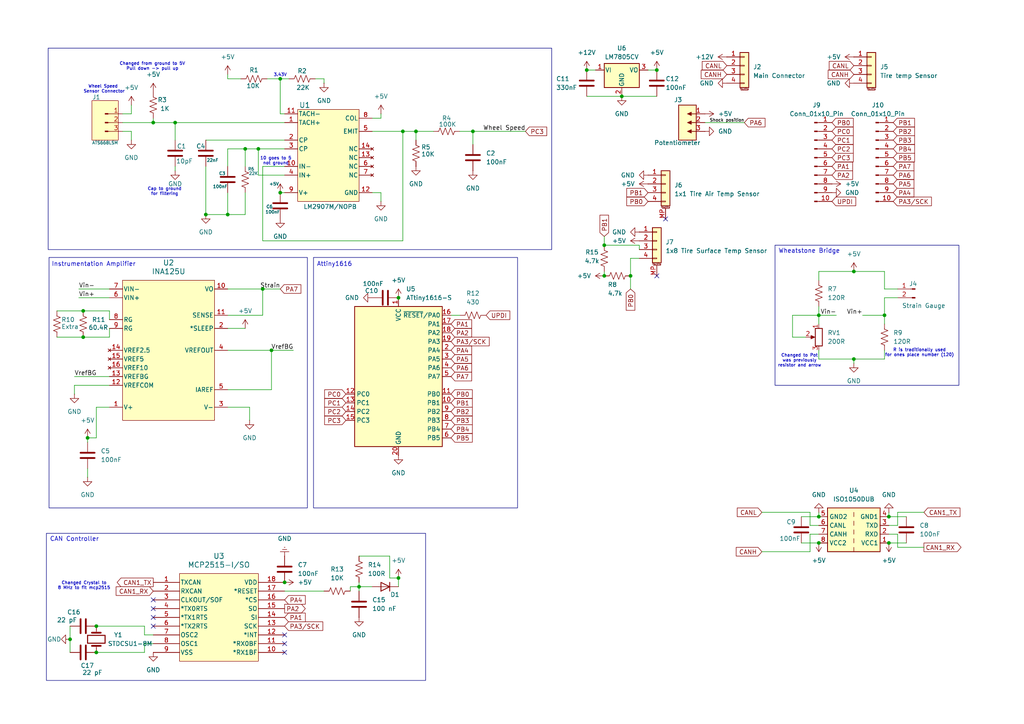
<source format=kicad_sch>
(kicad_sch (version 20231120) (generator "eeschema") (generator_version "8.0")
  (paper "A4")
  (title_block (title "Peripheral Board") (date "2025-05-05") (rev "4.1"))
  (junction (at 115.57 86.36))
  (junction (at 237.49 149.86))
  (junction (at 59.69 62.23))
  (junction (at 71.12 43.18))
  (junction (at 256.54 91.44))
  (junction (at 170.18 20.32))
  (junction (at 27.94 189.23))
  (junction (at 44.45 35.56))
  (junction (at 104.14 170.18))
  (junction (at 78.74 101.6))
  (junction (at 137.16 38.1))
  (junction (at 76.2 83.82))
  (junction (at 81.28 55.88))
  (junction (at 66.04 62.23))
  (junction (at 190.5 20.32))
  (junction (at 115.57 167.64))
  (junction (at 237.49 157.48))
  (junction (at 180.34 27.94))
  (junction (at 74.93 43.18))
  (junction (at 82.55 168.91))
  (junction (at 116.84 38.1))
  (junction (at 182.88 80.01))
  (junction (at 257.81 157.48))
  (junction (at 81.28 22.86))
  (junction (at 24.13 97.79))
  (junction (at 257.81 149.86))
  (junction (at 20.32 185.42))
  (junction (at 175.26 71.12))
  (junction (at 24.13 90.17))
  (junction (at 247.65 104.14))
  (junction (at 120.65 38.1))
  (junction (at 175.26 80.01))
  (junction (at 50.8 35.56))
  (junction (at 237.49 91.44))
  (junction (at 247.65 78.74))
  (junction (at 27.94 181.61))
  (junction (at 25.4 127))
  (no_connect (at 82.55 186.69))
  (no_connect (at 44.45 176.53))
  (no_connect (at 190.5 80.01))
  (no_connect (at 44.45 173.99))
  (no_connect (at 44.45 181.61))
  (no_connect (at 193.04 63.5))
  (no_connect (at 44.45 179.07))
  (no_connect (at 82.55 184.15))
  (no_connect (at 82.55 189.23))
  (wire (pts (xy 237.49 78.74) (xy 237.49 81.28)))
  (wire (pts (xy 260.35 148.59) (xy 267.97 148.59)))
  (wire (pts (xy 104.14 161.29) (xy 113.03 161.29)))
  (wire (pts (xy 44.45 186.69) (xy 41.91 186.69)))
  (wire (pts (xy 38.1 30.48) (xy 38.1 33.02)))
  (wire (pts (xy 71.12 55.88) (xy 71.12 62.23)))
  (wire (pts (xy 27.94 127) (xy 25.4 127)))
  (wire (pts (xy 182.88 83.82) (xy 182.88 80.01)))
  (wire (pts (xy 41.91 186.69) (xy 41.91 189.23)))
  (wire (pts (xy 31.75 111.76) (xy 21.59 111.76)))
  (wire (pts (xy 16.51 90.17) (xy 24.13 90.17)))
  (wire (pts (xy 20.32 181.61) (xy 20.32 185.42)))
  (wire (pts (xy 16.51 97.79) (xy 24.13 97.79)))
  (wire (pts (xy 81.28 22.86) (xy 81.28 33.02)))
  (wire (pts (xy 257.81 148.59) (xy 257.81 149.86)))
  (wire (pts (xy 66.04 43.18) (xy 66.04 48.26)))
  (wire (pts (xy 101.6 171.45) (xy 101.6 170.18)))
  (wire (pts (xy 69.85 22.86) (xy 66.04 22.86)))
  (wire (pts (xy 115.57 170.18) (xy 115.57 167.64)))
  (wire (pts (xy 256.54 91.44) (xy 256.54 93.98)))
  (wire (pts (xy 237.49 78.74) (xy 247.65 78.74)))
  (wire (pts (xy 137.16 38.1) (xy 133.35 38.1)))
  (wire (pts (xy 31.75 97.79) (xy 31.75 95.25)))
  (wire (pts (xy 260.35 86.36) (xy 256.54 86.36)))
  (wire (pts (xy 237.49 88.9) (xy 237.49 91.44)))
  (wire (pts (xy 116.84 38.1) (xy 120.65 38.1)))
  (wire (pts (xy 82.55 50.8) (xy 74.93 50.8)))
  (wire (pts (xy 35.56 33.02) (xy 38.1 33.02)))
  (wire (pts (xy 78.74 101.6) (xy 78.74 113.03)))
  (wire (pts (xy 120.65 38.1) (xy 120.65 40.64)))
  (wire (pts (xy 21.59 109.22) (xy 31.75 109.22)))
  (wire (pts (xy 237.49 154.94) (xy 234.95 154.94)))
  (wire (pts (xy 110.49 55.88) (xy 107.95 55.88)))
  (wire (pts (xy 71.12 95.25) (xy 66.04 95.25)))
  (wire (pts (xy 110.49 33.02) (xy 110.49 34.29)))
  (wire (pts (xy 66.04 22.86) (xy 66.04 21.59)))
  (wire (pts (xy 182.88 74.93) (xy 182.88 80.01)))
  (wire (pts (xy 120.65 38.1) (xy 125.73 38.1)))
  (wire (pts (xy 71.12 62.23) (xy 66.04 62.23)))
  (wire (pts (xy 31.75 92.71) (xy 31.75 90.17)))
  (wire (pts (xy 247.65 78.74) (xy 256.54 78.74)))
  (wire (pts (xy 82.55 33.02) (xy 81.28 33.02)))
  (wire (pts (xy 204.47 35.56) (xy 215.9 35.56)))
  (wire (pts (xy 25.4 127) (xy 25.4 128.27)))
  (wire (pts (xy 66.04 83.82) (xy 76.2 83.82)))
  (wire (pts (xy 66.04 62.23) (xy 59.69 62.23)))
  (wire (pts (xy 260.35 83.82) (xy 256.54 83.82)))
  (wire (pts (xy 137.16 41.91) (xy 137.16 38.1)))
  (wire (pts (xy 72.39 118.11) (xy 66.04 118.11)))
  (wire (pts (xy 232.41 157.48) (xy 237.49 157.48)))
  (wire (pts (xy 170.18 20.32) (xy 172.72 20.32)))
  (wire (pts (xy 71.12 43.18) (xy 74.93 43.18)))
  (wire (pts (xy 116.84 69.85) (xy 116.84 38.1)))
  (wire (pts (xy 81.28 22.86) (xy 83.82 22.86)))
  (wire (pts (xy 237.49 91.44) (xy 229.87 91.44)))
  (wire (pts (xy 257.81 157.48) (xy 262.89 157.48)))
  (wire (pts (xy 104.14 168.91) (xy 104.14 170.18)))
  (wire (pts (xy 234.95 160.02) (xy 220.98 160.02)))
  (wire (pts (xy 72.39 121.92) (xy 72.39 118.11)))
  (wire (pts (xy 31.75 118.11) (xy 27.94 118.11)))
  (wire (pts (xy 81.28 55.88) (xy 82.55 55.88)))
  (wire (pts (xy 59.69 48.26) (xy 59.69 62.23)))
  (wire (pts (xy 113.03 161.29) (xy 113.03 167.64)))
  (wire (pts (xy 93.98 22.86) (xy 93.98 24.13)))
  (wire (pts (xy 229.87 97.79) (xy 233.68 97.79)))
  (wire (pts (xy 175.26 78.74) (xy 175.26 80.01)))
  (wire (pts (xy 66.04 91.44) (xy 76.2 91.44)))
  (wire (pts (xy 113.03 167.64) (xy 115.57 167.64)))
  (wire (pts (xy 250.19 91.44) (xy 256.54 91.44)))
  (wire (pts (xy 82.55 171.45) (xy 93.98 171.45)))
  (wire (pts (xy 104.14 171.45) (xy 104.14 170.18)))
  (wire (pts (xy 170.18 27.94) (xy 180.34 27.94)))
  (wire (pts (xy 76.2 91.44) (xy 76.2 83.82)))
  (wire (pts (xy 27.94 181.61) (xy 41.91 181.61)))
  (wire (pts (xy 130.81 91.44) (xy 133.35 91.44)))
  (wire (pts (xy 187.96 20.32) (xy 190.5 20.32)))
  (wire (pts (xy 234.95 148.59) (xy 220.98 148.59)))
  (wire (pts (xy 110.49 58.42) (xy 110.49 55.88)))
  (wire (pts (xy 237.49 104.14) (xy 247.65 104.14)))
  (wire (pts (xy 237.49 91.44) (xy 237.49 93.98)))
  (wire (pts (xy 38.1 38.1) (xy 38.1 40.64)))
  (wire (pts (xy 76.2 69.85) (xy 116.84 69.85)))
  (wire (pts (xy 50.8 35.56) (xy 50.8 40.64)))
  (wire (pts (xy 182.88 74.93) (xy 185.42 74.93)))
  (wire (pts (xy 44.45 34.29) (xy 44.45 35.56)))
  (wire (pts (xy 85.09 101.6) (xy 78.74 101.6)))
  (wire (pts (xy 41.91 181.61) (xy 41.91 184.15)))
  (wire (pts (xy 260.35 158.75) (xy 267.97 158.75)))
  (wire (pts (xy 257.81 152.4) (xy 260.35 152.4)))
  (wire (pts (xy 247.65 104.14) (xy 247.65 105.41)))
  (wire (pts (xy 21.59 111.76) (xy 21.59 114.3)))
  (wire (pts (xy 35.56 35.56) (xy 44.45 35.56)))
  (wire (pts (xy 50.8 48.26) (xy 50.8 49.53)))
  (wire (pts (xy 257.81 154.94) (xy 260.35 154.94)))
  (wire (pts (xy 101.6 170.18) (xy 104.14 170.18)))
  (wire (pts (xy 107.95 38.1) (xy 116.84 38.1)))
  (wire (pts (xy 260.35 154.94) (xy 260.35 158.75)))
  (wire (pts (xy 24.13 90.17) (xy 31.75 90.17)))
  (wire (pts (xy 232.41 149.86) (xy 237.49 149.86)))
  (wire (pts (xy 242.57 91.44) (xy 237.49 91.44)))
  (wire (pts (xy 35.56 38.1) (xy 38.1 38.1)))
  (wire (pts (xy 71.12 43.18) (xy 71.12 48.26)))
  (wire (pts (xy 237.49 152.4) (xy 234.95 152.4)))
  (wire (pts (xy 78.74 113.03) (xy 66.04 113.03)))
  (wire (pts (xy 91.44 22.86) (xy 93.98 22.86)))
  (wire (pts (xy 66.04 55.88) (xy 66.04 62.23)))
  (wire (pts (xy 234.95 152.4) (xy 234.95 148.59)))
  (wire (pts (xy 180.34 27.94) (xy 190.5 27.94)))
  (wire (pts (xy 76.2 48.26) (xy 76.2 69.85)))
  (wire (pts (xy 59.69 40.64) (xy 82.55 40.64)))
  (wire (pts (xy 74.93 43.18) (xy 74.93 50.8)))
  (wire (pts (xy 22.86 86.36) (xy 31.75 86.36)))
  (wire (pts (xy 24.13 97.79) (xy 31.75 97.79)))
  (wire (pts (xy 256.54 86.36) (xy 256.54 91.44)))
  (wire (pts (xy 66.04 101.6) (xy 78.74 101.6)))
  (wire (pts (xy 76.2 83.82) (xy 81.28 83.82)))
  (wire (pts (xy 237.49 101.6) (xy 237.49 104.14)))
  (wire (pts (xy 77.47 22.86) (xy 81.28 22.86)))
  (wire (pts (xy 20.32 185.42) (xy 20.32 189.23)))
  (wire (pts (xy 257.81 149.86) (xy 262.89 149.86)))
  (wire (pts (xy 50.8 35.56) (xy 82.55 35.56)))
  (wire (pts (xy 27.94 189.23) (xy 41.91 189.23)))
  (wire (pts (xy 137.16 38.1) (xy 152.4 38.1)))
  (wire (pts (xy 229.87 91.44) (xy 229.87 97.79)))
  (wire (pts (xy 185.42 71.12) (xy 185.42 72.39)))
  (wire (pts (xy 260.35 152.4) (xy 260.35 148.59)))
  (wire (pts (xy 110.49 34.29) (xy 107.95 34.29)))
  (wire (pts (xy 104.14 170.18) (xy 107.95 170.18)))
  (wire (pts (xy 74.93 43.18) (xy 82.55 43.18)))
  (wire (pts (xy 27.94 118.11) (xy 27.94 127)))
  (wire (pts (xy 237.49 148.59) (xy 237.49 149.86)))
  (wire (pts (xy 247.65 104.14) (xy 256.54 104.14)) (stroke (width 0) (color 0 132 0 1)))
  (wire (pts (xy 175.26 71.12) (xy 185.42 71.12)))
  (wire (pts (xy 22.86 83.82) (xy 31.75 83.82)))
  (wire (pts (xy 234.95 154.94) (xy 234.95 160.02)))
  (wire (pts (xy 256.54 83.82) (xy 256.54 78.74)))
  (wire (pts (xy 256.54 101.6) (xy 256.54 104.14)))
  (wire (pts (xy 175.26 68.58) (xy 175.26 71.12)))
  (wire (pts (xy 44.45 35.56) (xy 50.8 35.56)))
  (wire (pts (xy 71.12 43.18) (xy 66.04 43.18)))
  (wire (pts (xy 44.45 184.15) (xy 41.91 184.15)))
  (wire (pts (xy 25.4 135.89) (xy 25.4 138.43)))
  (wire (pts (xy 82.55 48.26) (xy 76.2 48.26)))
  (rectangle (start 14.224 74.676) (end 89.154 147.32) (stroke (width 0) (color 0 0 132 1)))
  (rectangle (start 90.932 74.676) (end 150.114 147.32) (stroke (width 0) (color 0 0 132 1)))
  (rectangle (start 224.79 71.12) (end 278.13 111.76) (stroke (width 0) (color 0 0 132 1)))
  (rectangle (start 13.462 154.686) (end 123.444 197.358) (stroke (width 0) (color 0 0 132 1)))
  (rectangle (start 13.97 13.97) (end 160.02 72.39) (stroke (width 0) (color 0 0 132 1)))
  (text "" (at 30.734 45.212 0) (effects (font (size 0.889 0.889))))
  (text "Cap to ground\nfor filtering" (at 47.752 55.626 0) (effects (font (size 0.889 0.889))))
  (text "Wheel Speed \nSensor Connector" (at 30.226 25.908 0) (effects (font (size 0.889 0.889))))
  (text "Changed to Pot\nwas previously\nresistor and arrow" (at 231.902 104.648 0) (effects (font (size 0.889 0.889))))
  (text "" (at 88.392 30.48 0) (effects (font (size 1.27 1.27))))
  (text "Changed from ground to 5V\nPull down -> pull up" (at 44.196 19.304 0) (effects (font (size 0.889 0.889))))
  (text "10 goes to 5\nnot ground" (at 80.01 46.736 0) (effects (font (size 0.889 0.889))))
  (text "Changed Crystal to\n8 MHz to fit mcp2515" (at 24.384 169.926 0) (effects (font (size 0.889 0.889))))
  (text "R is traditionally used\nfor ones place number (120)" (at 266.7 102.362 0) (effects (font (size 0.889 0.889))))
  (text "CAN Controller" (at 21.59 156.464 0) (effects (font (size 1.27 1.27))))
  (text "Attiny1616" (at 97.028 76.708 0) (effects (font (size 1.27 1.27))))
  (text "Instrumentation Amplifier\n" (at 27.178 76.708 0) (effects (font (size 1.27 1.27))))
  (text "Wheatstone Bridge\n" (at 234.696 72.898 0) (effects (font (size 1.27 1.27))))
  (text "3.43V" (at 81.28 21.844 0) (effects (font (size 0.889 0.889))))
  (label "Vin-" (at 242.57 91.44 180))
  (label "Shock position" (at 215.9 35.56 180) (effects (font (size 0.889 0.889))))
  (label "VrefBG" (at 21.59 109.22 0))
  (label "Vin+" (at 22.86 86.36 0))
  (label "Vin-" (at 22.86 83.82 0))
  (label "VrefBG" (at 85.09 101.6 180))
  (label "Strain" (at 81.28 83.82 180))
  (label "Wheel Speed" (at 152.4 38.1 180))
  (label "Vin+" (at 250.19 91.44 180))
  (global_label "CANL" (shape input) (at 210.82 19.05 180) (property "Intersheetrefs" "${INTERSHEET_REFS}" (effects (hide yes))))
  (global_label "CANH" (shape input) (at 220.98 160.02 180) (property "Intersheetrefs" "${INTERSHEET_REFS}" (effects (hide yes))))
  (global_label "PC2" (shape input) (at 100.33 119.38 180) (property "Intersheetrefs" "${INTERSHEET_REFS}" (effects (hide yes))))
  (global_label "PC3" (shape input) (at 100.33 121.92 180) (property "Intersheetrefs" "${INTERSHEET_REFS}" (effects (hide yes))))
  (global_label "PB0" (shape input) (at 241.3 35.56 0) (property "Intersheetrefs" "${INTERSHEET_REFS}" (effects (hide yes))))
  (global_label "PA6" (shape input) (at 215.9 35.56 0) (property "Intersheetrefs" "${INTERSHEET_REFS}" (effects (hide yes))))
  (global_label "PB2" (shape input) (at 130.81 119.38 0) (property "Intersheetrefs" "${INTERSHEET_REFS}" (effects (hide yes))))
  (global_label "PA4" (shape input) (at 130.81 101.6 0) (property "Intersheetrefs" "${INTERSHEET_REFS}" (effects (hide yes))))
  (global_label "PB1" (shape input) (at 187.96 55.88 180) (property "Intersheetrefs" "${INTERSHEET_REFS}" (effects (hide yes))))
  (global_label "PB1" (shape input) (at 259.08 35.56 0) (property "Intersheetrefs" "${INTERSHEET_REFS}" (effects (hide yes))))
  (global_label "PA3{slash}SCK" (shape input) (at 259.08 58.42 0) (property "Intersheetrefs" "${INTERSHEET_REFS}" (effects (hide yes))))
  (global_label "CAN1_TX" (shape output) (at 44.45 168.91 180) (property "Intersheetrefs" "${INTERSHEET_REFS}" (effects (hide yes))))
  (global_label "PA5" (shape input) (at 259.08 53.34 0) (property "Intersheetrefs" "${INTERSHEET_REFS}" (effects (hide yes))))
  (global_label "PA2" (shape input) (at 130.81 96.52 0) (property "Intersheetrefs" "${INTERSHEET_REFS}" (effects (hide yes))))
  (global_label "PC2" (shape input) (at 241.3 43.18 0) (property "Intersheetrefs" "${INTERSHEET_REFS}" (effects (hide yes))))
  (global_label "CANH" (shape input) (at 247.65 21.59 180) (property "Intersheetrefs" "${INTERSHEET_REFS}" (effects (hide yes))))
  (global_label "PB0" (shape input) (at 182.88 83.82 270) (property "Intersheetrefs" "${INTERSHEET_REFS}" (effects (hide yes))))
  (global_label "CANL" (shape input) (at 220.98 148.59 180) (property "Intersheetrefs" "${INTERSHEET_REFS}" (effects (hide yes))))
  (global_label "PA4" (shape input) (at 82.55 173.99 0) (property "Intersheetrefs" "${INTERSHEET_REFS}" (effects (hide yes))))
  (global_label "PB3" (shape input) (at 259.08 40.64 0) (property "Intersheetrefs" "${INTERSHEET_REFS}" (effects (hide yes))))
  (global_label "PA1" (shape input) (at 241.3 48.26 0) (property "Intersheetrefs" "${INTERSHEET_REFS}" (effects (hide yes))))
  (global_label "PB1" (shape input) (at 175.26 68.58 90) (property "Intersheetrefs" "${INTERSHEET_REFS}" (effects (hide yes))))
  (global_label "PB2" (shape input) (at 259.08 38.1 0) (property "Intersheetrefs" "${INTERSHEET_REFS}" (effects (hide yes))))
  (global_label "PA5" (shape input) (at 130.81 104.14 0) (property "Intersheetrefs" "${INTERSHEET_REFS}" (effects (hide yes))))
  (global_label "CAN1_TX" (shape input) (at 267.97 148.59 0) (property "Intersheetrefs" "${INTERSHEET_REFS}" (effects (hide yes))))
  (global_label "PB1" (shape input) (at 130.81 116.84 0) (property "Intersheetrefs" "${INTERSHEET_REFS}" (effects (hide yes))))
  (global_label "PB0" (shape input) (at 187.96 58.42 180) (property "Intersheetrefs" "${INTERSHEET_REFS}" (effects (hide yes))))
  (global_label "PB4" (shape input) (at 130.81 124.46 0) (property "Intersheetrefs" "${INTERSHEET_REFS}" (effects (hide yes))))
  (global_label "CAN1_RX" (shape output) (at 267.97 158.75 0) (property "Intersheetrefs" "${INTERSHEET_REFS}" (effects (hide yes))))
  (global_label "PB3" (shape input) (at 130.81 121.92 0) (property "Intersheetrefs" "${INTERSHEET_REFS}" (effects (hide yes))))
  (global_label "PB5" (shape input) (at 259.08 45.72 0) (property "Intersheetrefs" "${INTERSHEET_REFS}" (effects (hide yes))))
  (global_label "PA7" (shape input) (at 81.28 83.82 0) (property "Intersheetrefs" "${INTERSHEET_REFS}" (effects (hide yes))))
  (global_label "PA6" (shape input) (at 130.81 106.68 0) (property "Intersheetrefs" "${INTERSHEET_REFS}" (effects (hide yes))))
  (global_label "PC3" (shape input) (at 241.3 45.72 0) (property "Intersheetrefs" "${INTERSHEET_REFS}" (effects (hide yes))))
  (global_label "PA6" (shape input) (at 259.08 50.8 0) (property "Intersheetrefs" "${INTERSHEET_REFS}" (effects (hide yes))))
  (global_label "PC1" (shape input) (at 100.33 116.84 180) (property "Intersheetrefs" "${INTERSHEET_REFS}" (effects (hide yes))))
  (global_label "PB0" (shape input) (at 130.81 114.3 0) (property "Intersheetrefs" "${INTERSHEET_REFS}" (effects (hide yes))))
  (global_label "PA2" (shape output) (at 82.55 176.53 0) (property "Intersheetrefs" "${INTERSHEET_REFS}" (effects (hide yes))))
  (global_label "PA4" (shape input) (at 259.08 55.88 0) (property "Intersheetrefs" "${INTERSHEET_REFS}" (effects (hide yes))))
  (global_label "PC1" (shape input) (at 241.3 40.64 0) (property "Intersheetrefs" "${INTERSHEET_REFS}" (effects (hide yes))))
  (global_label "PA2" (shape input) (at 241.3 50.8 0) (property "Intersheetrefs" "${INTERSHEET_REFS}" (effects (hide yes))))
  (global_label "PC3" (shape input) (at 152.4 38.1 0) (property "Intersheetrefs" "${INTERSHEET_REFS}" (effects (hide yes))))
  (global_label "UPDI" (shape input) (at 241.3 58.42 0) (property "Intersheetrefs" "${INTERSHEET_REFS}" (effects (hide yes))))
  (global_label "PA1" (shape input) (at 82.55 179.07 0) (property "Intersheetrefs" "${INTERSHEET_REFS}" (effects (hide yes))))
  (global_label "UPDI" (shape input) (at 140.97 91.44 0) (property "Intersheetrefs" "${INTERSHEET_REFS}" (effects (hide yes))))
  (global_label "PB4" (shape input) (at 259.08 43.18 0) (property "Intersheetrefs" "${INTERSHEET_REFS}" (effects (hide yes))))
  (global_label "PA7" (shape input) (at 130.81 109.22 0) (property "Intersheetrefs" "${INTERSHEET_REFS}" (effects (hide yes))))
  (global_label "CANL" (shape input) (at 247.65 19.05 180) (property "Intersheetrefs" "${INTERSHEET_REFS}" (effects (hide yes))))
  (global_label "CAN1_RX" (shape input) (at 44.45 171.45 180) (property "Intersheetrefs" "${INTERSHEET_REFS}" (effects (hide yes))))
  (global_label "PA3{slash}SCK" (shape input) (at 130.81 99.06 0) (property "Intersheetrefs" "${INTERSHEET_REFS}" (effects (hide yes))))
  (global_label "PA3{slash}SCK" (shape input) (at 82.55 181.61 0) (property "Intersheetrefs" "${INTERSHEET_REFS}" (effects (hide yes))))
  (global_label "PB5" (shape input) (at 130.81 127 0) (property "Intersheetrefs" "${INTERSHEET_REFS}" (effects (hide yes))))
  (global_label "CANH" (shape input) (at 210.82 21.59 180) (property "Intersheetrefs" "${INTERSHEET_REFS}" (effects (hide yes))))
  (global_label "PA7" (shape input) (at 259.08 48.26 0) (property "Intersheetrefs" "${INTERSHEET_REFS}" (effects (hide yes))))
  (global_label "PC0" (shape input) (at 100.33 114.3 180) (property "Intersheetrefs" "${INTERSHEET_REFS}" (effects (hide yes))))
  (global_label "PA1" (shape input) (at 130.81 93.98 0) (property "Intersheetrefs" "${INTERSHEET_REFS}" (effects (hide yes))))
  (global_label "PC0" (shape input) (at 241.3 38.1 0) (property "Intersheetrefs" "${INTERSHEET_REFS}" (effects (hide yes))))
  (symbol (lib_id "power:+5V") (at 82.55 168.91 270) (unit 1)
    (property "Reference" "#PWR036" (effects (hide yes)))
    (property "Value" "+5V" (at 86.36 168.9099 90) (effects (justify left)))
    (property "Description" "Power symbol creates a global label with name \"+5V\"" (effects (hide yes)))
  )
  (symbol (lib_id "power:+5V") (at 110.49 33.02 0) (unit 1)
    (property "Reference" "#PWR05" (effects (hide yes)))
    (property "Value" "+5V" (at 110.49 27.94 0))
    (property "Description" "Power symbol creates a global label with name \"+5V\"" (effects (hide yes)))
  )
  (symbol (lib_id "Device:C") (at 111.76 86.36 90) (unit 1)
    (property "Reference" "C10" (at 109.728 84.328 90) (effects (justify left)))
    (property "Value" "100nF" (at 111.252 82.296 90) (effects (justify left)))
    (property "Footprint" "Capacitor_SMD:C_0805_2012Metric_Pad1.18x1.45mm_HandSolder" (effects (hide yes)))
    (property "Description" "Unpolarized capacitor" (effects (hide yes)))
  )
  (symbol (lib_id "Device:R_US") (at 87.63 22.86 90) (unit 1)
    (property "Reference" "R2" (at 87.63 20.574 90))
    (property "Value" "10K" (at 73.406 24.892 90))
    (property "Footprint" "Resistor_SMD:R_0805_2012Metric_Pad1.20x1.40mm_HandSolder" (effects (hide yes)))
    (property "Description" "Resistor, US symbol" (effects (hide yes)))
  )
  (symbol (lib_id "power:+5V") (at 247.65 78.74 0) (unit 1)
    (property "Reference" "#PWR016" (effects (hide yes)))
    (property "Value" "+5V" (at 247.65 73.66 0))
    (property "Description" "Power symbol creates a global label with name \"+5V\"" (effects (hide yes)))
  )
  (symbol (lib_id "power:GND") (at 257.81 148.59 180) (unit 1)
    (property "Reference" "#PWR029" (effects (hide yes)))
    (property "Value" "GND" (at 257.81 143.51 0))
    (property "Description" "Power symbol creates a global label with name \"GND\" , ground" (effects (hide yes)))
  )
  (symbol (lib_id "Device:R_US") (at 137.16 91.44 90) (unit 1)
    (property "Reference" "R12" (at 137.16 85.09 90))
    (property "Value" "430" (at 137.16 87.63 90))
    (property "Footprint" "Resistor_SMD:R_0805_2012Metric_Pad1.20x1.40mm_HandSolder" (effects (hide yes)))
    (property "Description" "Resistor, US symbol" (effects (hide yes)))
  )
  (symbol (lib_id "power:GND") (at 25.4 138.43 0) (unit 1)
    (property "Reference" "#PWR020" (effects (hide yes)))
    (property "Value" "GND" (at 25.4 143.51 0))
    (property "Description" "Power symbol creates a global label with name \"GND\" , ground" (effects (hide yes)))
  )
  (symbol (lib_id "Device:C") (at 190.5 24.13 0) (unit 1)
    (property "Reference" "C12" (at 193.04 22.86 0) (effects (justify left)))
    (property "Value" "100nF" (at 193.04 25.4 0) (effects (justify left)))
    (property "Footprint" "Capacitor_SMD:C_0805_2012Metric_Pad1.18x1.45mm_HandSolder" (effects (hide yes)))
    (property "Datasheet" "https://mm.digikey.com/Volume0/opasdata/d220001/medias/docus/4005/0805B104K101CC.pdf" (effects (hide yes)))
  )
  (symbol (lib_id "power:GND") (at 72.39 121.92 0) (unit 1)
    (property "Reference" "#PWR022" (effects (hide yes)))
    (property "Value" "GND" (at 72.39 127 0))
    (property "Description" "Power symbol creates a global label with name \"GND\" , ground" (effects (hide yes)))
  )
  (symbol (lib_id "Device:C") (at 66.04 52.07 0) (unit 1)
    (property "Reference" "C3" (at 63.5 50.292 0) (effects (font (size 0.889 0.889)) (justify left)))
    (property "Value" "100nF" (at 61.722 54.102 0) (effects (font (size 0.889 0.889)) (justify left)))
    (property "Footprint" "Capacitor_SMD:C_0805_2012Metric_Pad1.18x1.45mm_HandSolder" (effects (hide yes)))
    (property "Description" "Unpolarized capacitor" (effects (hide yes)))
  )
  (symbol (lib_id "Device:R_US") (at 71.12 52.07 0) (unit 1)
    (property "Reference" "R6" (at 71.882 49.022 0) (effects (font (size 0.889 0.889)) (justify left)))
    (property "Value" "22K" (at 72.136 50.292 0) (effects (font (size 0.889 0.889)) (justify left)))
    (property "Footprint" "Resistor_SMD:R_0805_2012Metric_Pad1.20x1.40mm_HandSolder" (effects (hide yes)))
    (property "Description" "Resistor, US symbol" (effects (hide yes)))
  )
  (symbol (lib_id "Regulator_Linear:LM7805_TO220") (at 180.34 20.32 0) (unit 1)
    (property "Reference" "U6" (at 180.34 13.97 0))
    (property "Value" "LM7805CV" (at 180.34 16.51 0))
    (property "Footprint" "Package_TO_SOT_THT:TO-220-3_Vertical" (effects (hide yes)))
    (property "Datasheet" "https://www.onsemi.cn/PowerSolutions/document/MC7800-D.PDF" (effects (hide yes)))
  )
  (symbol (lib_id "power:GND") (at 104.14 179.07 0) (unit 1)
    (property "Reference" "#PWR027" (effects (hide yes)))
    (property "Value" "GND" (at 104.14 184.15 0))
    (property "Description" "Power symbol creates a global label with name \"GND\" , ground" (effects (hide yes)))
  )
  (symbol (lib_id "Device:C") (at 50.8 44.45 0) (unit 1)
    (property "Reference" "C1" (at 51.308 42.418 0) (effects (justify left)))
    (property "Value" "10pF" (at 51.054 46.736 0) (effects (justify left)))
    (property "Footprint" "Capacitor_SMD:C_0805_2012Metric_Pad1.18x1.45mm_HandSolder" (effects (hide yes)))
    (property "Description" "Unpolarized capacitor" (effects (hide yes)))
  )
  (symbol (lib_id "MCU_Microchip_ATtiny:ATtiny1616-S") (at 115.57 109.22 0) (unit 1)
    (property "Reference" "U5" (at 117.7641 83.82 0) (effects (justify left)))
    (property "Value" "ATtiny1616-S" (at 117.7641 86.36 0) (effects (justify left)))
    (property "Footprint" "Package_SO:SOIC-20W_7.5x12.8mm_P1.27mm" (effects (hide yes)))
    (property "Datasheet" "http://ww1.microchip.com/downloads/en/DeviceDoc/ATtiny3216_ATtiny1616-data-sheet-40001997B.pdf" (effects (hide yes)))
    (property "Description" "20MHz, 16kB Flash, 2kB SRAM, 256B EEPROM, SOIC-20" (effects (hide yes)))
  )
  (symbol (lib_id "Device:R_US") (at 175.26 74.93 180) (unit 1)
    (property "Reference" "R8" (at 176.276 82.55 0) (effects (justify right)))
    (property "Value" "4.7k" (at 176.276 85.09 0) (effects (justify right)))
    (property "Footprint" "Resistor_SMD:R_0805_2012Metric_Pad1.20x1.40mm_HandSolder" (effects (hide yes)))
    (property "Description" "Resistor, US symbol" (effects (hide yes)))
  )
  (symbol (lib_id "Device:R_US") (at 256.54 97.79 0) (unit 1)
    (property "Reference" "R9" (at 259.08 96.5199 0) (effects (justify left)))
    (property "Value" "120R" (at 259.08 99.0599 0) (effects (justify left)))
    (property "Footprint" "Resistor_SMD:R_0805_2012Metric_Pad1.20x1.40mm_HandSolder" (effects (hide yes)))
    (property "Description" "Resistor, US symbol" (effects (hide yes)))
  )
  (symbol (lib_id "power:GNDREF") (at 82.55 161.29 180) (unit 1)
    (property "Reference" "#PWR025" (effects (hide yes)))
    (property "Value" "GND" (at 82.55 156.21 0))
    (property "Description" "Power symbol creates a global label with name \"GNDREF\" , reference supply ground" (effects (hide yes)))
  )
  (symbol (lib_id "Device:C") (at 262.89 153.67 0) (unit 1)
    (property "Reference" "C8" (at 266.7 152.3999 0) (effects (justify left)))
    (property "Value" "100nF" (at 266.7 154.9399 0) (effects (justify left)))
    (property "Footprint" "Capacitor_SMD:C_0805_2012Metric_Pad1.18x1.45mm_HandSolder" (effects (hide yes)))
    (property "Description" "Unpolarized capacitor" (effects (hide yes)))
  )
  (symbol (lib_id "power:+5V") (at 257.81 157.48 180) (unit 1)
    (property "Reference" "#PWR031" (effects (hide yes)))
    (property "Value" "+5V" (at 257.81 162.56 0))
    (property "Description" "Power symbol creates a global label with name \"+5V\"" (effects (hide yes)))
  )
  (symbol (lib_id "Device:R_US") (at 179.07 80.01 90) (unit 1)
    (property "Reference" "R15" (at 171.704 73.152 90))
    (property "Value" "4.7k" (at 171.704 75.692 90))
    (property "Footprint" "Resistor_SMD:R_0805_2012Metric_Pad1.20x1.40mm_HandSolder" (effects (hide yes)))
    (property "Description" "Resistor, US symbol" (effects (hide yes)))
  )
  (symbol (lib_name "Conn_01x04_MountingPin_1") (lib_id "Connector_Generic_MountingPin:Conn_01x04_MountingPin") (at 190.5 69.85 0) (unit 1)
    (property "Reference" "J7" (at 193.04 70.2055 0) (effects (justify left)))
    (property "Value" "1x8 Tire Surface Temp Sensor" (at 193.04 72.7455 0) (effects (justify left)))
    (property "Footprint" "Connector_Molex:Molex_Nano-Fit_105309-xx04_1x04_P2.50mm_Vertical" (effects (hide yes)))
    (property "Description" "Generic connectable mounting pin connector, single row, 01x04, script generated (kicad-library-utils/schlib/autogen/connector/)" (effects (hide yes)))
  )
  (symbol (lib_id "power:+5V") (at 81.28 55.88 0) (unit 1)
    (property "Reference" "#PWR08" (effects (hide yes)))
    (property "Value" "+5V" (at 79.502 53.34 0) (effects (font (size 0.889 0.889))))
    (property "Description" "Power symbol creates a global label with name \"+5V\"" (effects (hide yes)))
  )
  (symbol (lib_id "Device:R_US") (at 44.45 30.48 0) (unit 1)
    (property "Reference" "R3" (at 45.72 28.956 0) (effects (justify left)))
    (property "Value" "1K" (at 46.482 31.496 0) (effects (justify left)))
    (property "Footprint" "Resistor_SMD:R_0805_2012Metric_Pad1.20x1.40mm_HandSolder" (effects (hide yes)))
    (property "Description" "Resistor, US symbol" (effects (hide yes)))
  )
  (symbol (lib_id "Device:C") (at 24.13 181.61 90) (unit 1)
    (property "Reference" "C16" (at 23.368 177.546 90) (effects (justify left)))
    (property "Value" "22 pF" (at 22.352 179.832 90) (effects (justify left)))
    (property "Footprint" "Capacitor_SMD:C_0805_2012Metric_Pad1.18x1.45mm_HandSolder" (effects (hide yes)))
    (property "Description" "Unpolarized capacitor" (effects (hide yes)))
  )
  (symbol (lib_id "Device:C") (at 59.69 44.45 0) (unit 1)
    (property "Reference" "C4" (at 56.896 42.418 0) (effects (justify left)))
    (property "Value" "22nF" (at 59.944 46.482 0) (effects (font (size 0.889 0.889)) (justify left)))
    (property "Footprint" "Capacitor_SMD:C_0805_2012Metric_Pad1.18x1.45mm_HandSolder" (effects (hide yes)))
    (property "Description" "Unpolarized capacitor" (effects (hide yes)))
  )
  (symbol (lib_id "power:GND") (at 180.34 27.94 0) (unit 1)
    (property "Reference" "#PWR037" (effects (hide yes)))
    (property "Value" "GND" (at 180.34 33.02 0))
  )
  (symbol (lib_id "power:+5V") (at 71.12 95.25 0) (unit 1)
    (property "Reference" "#PWR021" (effects (hide yes)))
    (property "Value" "+5V" (at 71.12 90.17 0))
    (property "Description" "Power symbol creates a global label with name \"+5V\"" (effects (hide yes)))
  )
  (symbol (lib_id "power:GND") (at 185.42 67.31 270) (unit 1)
    (property "Reference" "#PWR049" (effects (hide yes)))
    (property "Value" "GND" (at 181.61 67.3099 90) (effects (justify right)))
    (property "Description" "Power symbol creates a global label with name \"GND\" , ground" (effects (hide yes)))
  )
  (symbol (lib_id "power:GND") (at 241.3 55.88 90) (unit 1)
    (property "Reference" "#PWR051" (effects (hide yes)))
    (property "Value" "GND" (at 245.11 55.8799 90) (effects (justify right)))
    (property "Description" "Power symbol creates a global label with name \"GND\" , ground" (effects (hide yes)))
  )
  (symbol (lib_id "Device:C") (at 24.13 189.23 270) (unit 1)
    (property "Reference" "C17" (at 23.368 193.04 90) (effects (justify left)))
    (property "Value" "22 pF" (at 23.876 195.072 90) (effects (justify left)))
    (property "Footprint" "Capacitor_SMD:C_0805_2012Metric_Pad1.18x1.45mm_HandSolder" (effects (hide yes)))
    (property "Description" "Unpolarized capacitor" (effects (hide yes)))
  )
  (symbol (lib_id "power:GND") (at 50.8 49.53 0) (unit 1)
    (property "Reference" "#PWR046" (effects (hide yes)))
    (property "Value" "GND" (at 50.8 53.34 0))
    (property "Description" "Power symbol creates a global label with name \"GND\" , ground" (effects (hide yes)))
  )
  (symbol (lib_id "New_Library:INA125U") (at 19.05 86.36 0) (unit 1)
    (property "Reference" "U2" (at 48.895 76.2 0) (effects (font (size 1.524 1.524))))
    (property "Value" "INA125U" (at 48.895 78.74 0) (effects (font (size 1.524 1.524))))
    (property "Footprint" "Package_SO:SOIC-16_3.9x9.9mm_P1.27mm" (effects (hide yes)))
  )
  (symbol (lib_id "power:GND") (at 115.57 132.08 0) (unit 1)
    (property "Reference" "#PWR035" (effects (hide yes)))
    (property "Value" "GND" (at 115.57 137.16 0))
    (property "Description" "Power symbol creates a global label with name \"GND\" , ground" (effects (hide yes)))
  )
  (symbol (lib_id "Device:R_US") (at 129.54 38.1 90) (unit 1)
    (property "Reference" "R4" (at 129.54 34.29 90))
    (property "Value" "100K" (at 129.794 36.068 90))
    (property "Footprint" "Resistor_SMD:R_0805_2012Metric_Pad1.20x1.40mm_HandSolder" (effects (hide yes)))
    (property "Description" "Resistor, US symbol" (effects (hide yes)))
  )
  (symbol (lib_id "Connector:Conn_01x10_Pin") (at 254 45.72 0) (unit 1)
    (property "Reference" "J10" (at 254.635 30.48 0))
    (property "Value" "Conn_01x10_Pin" (at 254.635 33.02 0))
    (property "Footprint" "Connector_PinHeader_2.54mm:PinHeader_1x10_P2.54mm_Vertical" (effects (hide yes)))
    (property "Description" "Generic connector, single row, 01x10, script generated" (effects (hide yes)))
  )
  (symbol (lib_id "power:GND") (at 44.45 189.23 0) (unit 1)
    (property "Reference" "#PWR061" (effects (hide yes)))
    (property "Value" "GND" (at 44.45 194.31 0))
    (property "Description" "Power symbol creates a global label with name \"GND\" , ground" (effects (hide yes)))
  )
  (symbol (lib_name "Conn_01x02_Pin_1") (lib_id "Connector:Conn_01x02_Pin") (at 265.43 86.36 180) (unit 1)
    (property "Reference" "J4" (at 263.652 82.296 0) (effects (justify right)))
    (property "Value" "Strain Gauge" (at 261.62 88.646 0) (effects (justify right)))
    (property "Footprint" "Connector_Molex:Molex_Nano-Fit_105309-xx02_1x02_P2.50mm_Vertical" (effects (hide yes)))
    (property "Description" "Generic connector, single row, 01x02, script generated" (effects (hide yes)))
  )
  (symbol (lib_id "power:+12V") (at 210.82 16.51 90) (unit 1)
    (property "Reference" "#PWR013" (effects (hide yes)))
    (property "Value" "+12V" (at 207.01 16.5099 90) (effects (justify left)))
    (property "Description" "Power symbol creates a global label with name \"+12V\"" (effects (hide yes)))
  )
  (symbol (lib_id "power:GND") (at 38.1 40.64 0) (unit 1)
    (property "Reference" "#PWR023" (effects (hide yes)))
    (property "Value" "GND" (at 38.1 45.72 0))
    (property "Description" "Power symbol creates a global label with name \"GND\" , ground" (effects (hide yes)))
  )
  (symbol (lib_id "Device:R_US") (at 120.65 44.45 0) (unit 1)
    (property "Reference" "R5" (at 122.174 42.672 0) (effects (justify left)))
    (property "Value" "10K" (at 122.174 44.704 0) (effects (justify left)))
    (property "Footprint" "Resistor_SMD:R_0805_2012Metric_Pad1.20x1.40mm_HandSolder" (effects (hide yes)))
    (property "Description" "Resistor, US symbol" (effects (hide yes)))
  )
  (symbol (lib_id "power:+5V") (at 237.49 157.48 180) (unit 1)
    (property "Reference" "#PWR030" (effects (hide yes)))
    (property "Value" "+5V" (at 237.49 162.56 0))
    (property "Description" "Power symbol creates a global label with name \"+5V\"" (effects (hide yes)))
  )
  (symbol (lib_id "power:+12V") (at 170.18 20.32 0) (unit 1)
    (property "Reference" "#PWR015" (effects (hide yes)))
    (property "Value" "+12V" (at 170.18 15.24 0))
  )
  (symbol (lib_id "power:GND") (at 81.28 63.5 0) (unit 1)
    (property "Reference" "#PWR09" (effects (hide yes)))
    (property "Value" "GND" (at 81.28 68.58 0))
    (property "Description" "Power symbol creates a global label with name \"GND\" , ground" (effects (hide yes)))
  )
  (symbol (lib_id "Device:Crystal") (at 27.94 185.42 90) (unit 1)
    (property "Reference" "Y1" (at 33.02 184.1499 90) (effects (justify right)))
    (property "Value" "STDCSU1-8M" (at 44.196 186.69 90) (effects (justify left)))
    (property "Footprint" "Crystal:Crystal_SMD_5032-2Pin_5.0x3.2mm_HandSoldering" (effects (hide yes)))
    (property "Datasheet" "https://www.digikey.com/en/products/detail/ndk-nihon-dempa-kogyo-co-ltd/STDCSK4-25M/5022977" (effects (hide yes)))
    (property "Description" "Two pin crystal" (effects (hide yes)))
  )
  (symbol (lib_id "power:GND") (at 137.16 49.53 0) (unit 1)
    (property "Reference" "#PWR07" (effects (hide yes)))
    (property "Value" "GND" (at 137.16 54.61 0))
    (property "Description" "Power symbol creates a global label with name \"GND\" , ground" (effects (hide yes)))
  )
  (symbol (lib_id "Device:R_US") (at 73.66 22.86 270) (unit 1)
    (property "Reference" "R1" (at 73.66 20.32 90))
    (property "Value" "22K" (at 87.884 25.4 90))
    (property "Footprint" "Resistor_SMD:R_0805_2012Metric_Pad1.20x1.40mm_HandSolder" (effects (hide yes)))
    (property "Description" "Resistor, US symbol" (effects (hide yes)))
  )
  (symbol (lib_id "power:GND") (at 59.69 62.23 0) (unit 1)
    (property "Reference" "#PWR047" (effects (hide yes)))
    (property "Value" "GND" (at 59.69 67.31 0))
    (property "Description" "Power symbol creates a global label with name \"GND\" , ground" (effects (hide yes)))
  )
  (symbol (lib_id "power:+5V") (at 44.45 26.67 0) (unit 1)
    (property "Reference" "#PWR02" (effects (hide yes)))
    (property "Value" "+5V" (at 44.45 21.59 0))
    (property "Description" "Power symbol creates a global label with name \"+5V\"" (effects (hide yes)))
  )
  (symbol (lib_id "power:+5V") (at 38.1 30.48 0) (unit 1)
    (property "Reference" "#PWR01" (effects (hide yes)))
    (property "Value" "+5V" (at 38.1 25.4 0))
    (property "Description" "Power symbol creates a global label with name \"+5V\"" (effects (hide yes)))
  )
  (symbol (lib_id "Device:C") (at 81.28 59.69 0) (unit 1)
    (property "Reference" "C6" (at 77.216 59.944 0) (effects (font (size 0.889 0.889)) (justify left)))
    (property "Value" "100nF" (at 76.962 61.468 0) (effects (font (size 0.889 0.889)) (justify left)))
    (property "Footprint" "Capacitor_SMD:C_0805_2012Metric_Pad1.18x1.45mm_HandSolder" (effects (hide yes)))
    (property "Description" "Unpolarized capacitor" (effects (hide yes)))
  )
  (symbol (lib_id "Device:R_US") (at 104.14 165.1 0) (unit 1)
    (property "Reference" "R14" (at 106.68 163.8299 0) (effects (justify left)))
    (property "Value" "100R" (at 106.68 166.3699 0) (effects (justify left)))
    (property "Footprint" "Resistor_SMD:R_0805_2012Metric_Pad1.20x1.40mm_HandSolder" (effects (hide yes)))
    (property "Description" "Resistor, US symbol" (effects (hide yes)))
  )
  (symbol (lib_id "power:GND") (at 93.98 24.13 0) (unit 1)
    (property "Reference" "#PWR04" (effects (hide yes)))
    (property "Value" "GND" (at 93.98 29.21 0))
    (property "Description" "Power symbol creates a global label with name \"GND\" , ground" (effects (hide yes)))
  )
  (symbol (lib_id "FS_3_Global_Symbol_Library:LM2907M_NOPB") (at 86.36 54.61 0) (unit 1)
    (property "Reference" "U1" (at 88.392 30.48 0) (effects (font (size 1.524 1.524))))
    (property "Value" "LM2907M/NOPB" (at 95.758 59.944 0))
    (property "Footprint" "Package_SO:SOIC-14_3.9x8.7mm_P1.27mm" (effects (hide yes)))
  )
  (symbol (lib_id "power:+5V") (at 241.3 53.34 270) (unit 1)
    (property "Reference" "#PWR034" (effects (hide yes)))
    (property "Value" "+5V" (at 245.11 53.3399 90) (effects (justify left)))
    (property "Description" "Power symbol creates a global label with name \"+5V\"" (effects (hide yes)))
  )
  (symbol (lib_id "power:+5V") (at 115.57 86.36 0) (unit 1)
    (property "Reference" "#PWR026" (effects (hide yes)))
    (property "Value" "+5V" (at 115.57 81.28 0))
    (property "Description" "Power symbol creates a global label with name \"+5V\"" (effects (hide yes)))
  )
  (symbol (lib_id "Connector:Conn_01x10_Pin") (at 236.22 45.72 0) (unit 1)
    (property "Reference" "J9" (at 236.855 30.48 0))
    (property "Value" "Conn_01x10_Pin" (at 236.855 33.02 0))
    (property "Footprint" "Connector_PinHeader_2.54mm:PinHeader_1x10_P2.54mm_Vertical" (effects (hide yes)))
    (property "Description" "Generic connector, single row, 01x10, script generated" (effects (hide yes)))
  )
  (symbol (lib_id "power:GND") (at 204.47 38.1 90) (unit 1)
    (property "Reference" "#PWR012" (effects (hide yes)))
    (property "Value" "GND" (at 208.28 38.0999 90) (effects (justify right)))
    (property "Description" "Power symbol creates a global label with name \"GND\" , ground" (effects (hide yes)))
  )
  (symbol (lib_name "Conn_01x04_MountingPin_1") (lib_id "Connector_Generic_MountingPin:Conn_01x04_MountingPin") (at 193.04 53.34 0) (unit 1)
    (property "Reference" "J6" (at 195.58 53.6955 0) (effects (justify left)))
    (property "Value" "1x1 Tire Air Temp Sensor" (at 195.58 56.2355 0) (effects (justify left)))
    (property "Footprint" "Connector_Molex:Molex_Nano-Fit_105309-xx04_1x04_P2.50mm_Vertical" (effects (hide yes)))
    (property "Description" "Generic connectable mounting pin connector, single row, 01x04, script generated (kicad-library-utils/schlib/autogen/connector/)" (effects (hide yes)))
  )
  (symbol (lib_id "FS_3_Global_Symbol_Library:MCP2515-I_SO") (at 44.45 168.91 0) (unit 1)
    (property "Reference" "U3" (at 63.5 161.29 0) (effects (font (size 1.524 1.524))))
    (property "Value" "MCP2515-I/SO" (at 63.5 163.83 0) (effects (font (size 1.524 1.524))))
    (property "Footprint" "Package_SO:SOIC-18W_7.5x11.6mm_P1.27mm" (effects (hide yes)))
    (property "Datasheet" "MCP2515-I/SO" (effects (hide yes)))
    (property "Description" "Stand Alone CAN Controller with SPI" (effects (hide yes)))
  )
  (symbol (lib_id "power:GND") (at 237.49 148.59 180) (unit 1)
    (property "Reference" "#PWR028" (effects (hide yes)))
    (property "Value" "GND" (at 237.49 143.51 0))
    (property "Description" "Power symbol creates a global label with name \"GND\" , ground" (effects (hide yes)))
  )
  (symbol (lib_id "Device:D") (at 111.76 170.18 180) (unit 1)
    (property "Reference" "D1" (at 114.554 172.466 0))
    (property "Value" "D" (effects (hide yes)))
    (property "Footprint" "Diode_SMD:D_0805_2012Metric" (effects (hide yes)))
    (property "Description" "Diode" (effects (hide yes)))
    (property "Sim.Device" "D" (effects (hide yes)))
    (property "Sim.Pins" "1=K 2=A" (effects (hide yes)))
  )
  (symbol (lib_id "power:GND") (at 107.95 86.36 270) (unit 1)
    (property "Reference" "#PWR033" (effects (hide yes)))
    (property "Value" "GND" (at 104.14 86.3599 90) (effects (justify right)))
    (property "Description" "Power symbol creates a global label with name \"GND\" , ground" (effects (hide yes)))
  )
  (symbol (lib_id "Device:R_US") (at 237.49 85.09 0) (unit 1)
    (property "Reference" "R7" (at 240.03 83.8199 0) (effects (justify left)))
    (property "Value" "120R" (at 240.03 86.3599 0) (effects (justify left)))
    (property "Footprint" "Resistor_SMD:R_0805_2012Metric_Pad1.20x1.40mm_HandSolder" (effects (hide yes)))
    (property "Description" "Resistor, US symbol" (effects (hide yes)))
  )
  (symbol (lib_id "power:GND") (at 20.32 185.42 270) (unit 1)
    (property "Reference" "#PWR024" (effects (hide yes)))
    (property "Value" "GND" (at 17.78 185.4199 90) (effects (justify right)))
    (property "Description" "Power symbol creates a global label with name \"GND\" , ground" (effects (hide yes)))
  )
  (symbol (lib_id "power:GND") (at 247.65 24.13 270) (unit 1)
    (property "Reference" "#PWR014" (effects (hide yes)))
    (property "Value" "GND" (at 243.84 24.1299 90) (effects (justify right)))
    (property "Description" "Power symbol creates a global label with name \"GND\" , ground" (effects (hide yes)))
  )
  (symbol (lib_id "power:+5V") (at 187.96 53.34 90) (unit 1)
    (property "Reference" "#PWR048" (effects (hide yes)))
    (property "Value" "+5V" (at 184.15 53.3399 90) (effects (justify left)))
    (property "Description" "Power symbol creates a global label with name \"+5V\"" (effects (hide yes)))
  )
  (symbol (lib_id "Device:C") (at 25.4 132.08 0) (unit 1)
    (property "Reference" "C5" (at 29.21 130.8099 0) (effects (justify left)))
    (property "Value" "100nF" (at 29.21 133.3499 0) (effects (justify left)))
    (property "Footprint" "Capacitor_SMD:C_0805_2012Metric_Pad1.18x1.45mm_HandSolder" (effects (hide yes)))
    (property "Description" "Unpolarized capacitor" (effects (hide yes)))
  )
  (symbol (lib_id "Device:R_US") (at 24.13 93.98 0) (unit 1)
    (property "Reference" "R11" (at 26.67 92.7099 0) (effects (justify left)))
    (property "Value" "60.4R" (at 25.654 94.996 0) (effects (justify left)))
    (property "Footprint" "Resistor_SMD:R_0805_2012Metric_Pad1.20x1.40mm_HandSolder" (effects (hide yes)))
    (property "Description" "Resistor, US symbol" (effects (hide yes)))
  )
  (symbol (lib_id "power:GND") (at 110.49 58.42 0) (unit 1)
    (property "Reference" "#PWR010" (effects (hide yes)))
    (property "Value" "GND" (at 110.49 63.5 0))
    (property "Description" "Power symbol creates a global label with name \"GND\" , ground" (effects (hide yes)))
  )
  (symbol (lib_id "power:+5V") (at 185.42 69.85 90) (unit 1)
    (property "Reference" "#PWR050" (effects (hide yes)))
    (property "Value" "+5V" (at 181.61 69.8499 90) (effects (justify left)))
    (property "Description" "Power symbol creates a global label with name \"+5V\"" (effects (hide yes)))
  )
  (symbol (lib_id "power:GND") (at 21.59 114.3 0) (unit 1)
    (property "Reference" "#PWR018" (effects (hide yes)))
    (property "Value" "GND" (at 21.59 119.38 0))
    (property "Description" "Power symbol creates a global label with name \"GND\" , ground" (effects (hide yes)))
  )
  (symbol (lib_id "Device:C") (at 82.55 165.1 0) (unit 1)
    (property "Reference" "C7" (at 86.36 163.8299 0) (effects (justify left)))
    (property "Value" "100nF" (at 86.36 166.3699 0) (effects (justify left)))
    (property "Footprint" "Capacitor_SMD:C_0805_2012Metric_Pad1.18x1.45mm_HandSolder" (effects (hide yes)))
    (property "Description" "Unpolarized capacitor" (effects (hide yes)))
  )
  (symbol (lib_id "Device:C") (at 232.41 153.67 0) (unit 1)
    (property "Reference" "C9" (at 228.092 151.384 0) (effects (justify left)))
    (property "Value" "100nF" (at 226.06 156.21 0) (effects (justify left)))
    (property "Footprint" "Capacitor_SMD:C_0805_2012Metric_Pad1.18x1.45mm_HandSolder" (effects (hide yes)))
    (property "Description" "Unpolarized capacitor" (effects (hide yes)))
  )
  (symbol (lib_id "Device:C") (at 170.18 24.13 0) (unit 1)
    (property "Reference" "C11" (at 161.29 22.86 0) (effects (justify left)))
    (property "Value" "330nF" (at 161.29 25.4 0) (effects (justify left)))
    (property "Footprint" "Capacitor_SMD:C_0805_2012Metric_Pad1.18x1.45mm_HandSolder" (effects (hide yes)))
    (property "Datasheet" "https://mm.digikey.com/Volume0/opasdata/d220001/medias/docus/4262/0805B334K250CC.pdf" (effects (hide yes)))
  )
  (symbol (lib_id "power:+5V") (at 190.5 20.32 0) (unit 1)
    (property "Reference" "#PWR038" (effects (hide yes)))
    (property "Value" "+5V" (at 190.5 15.24 0))
  )
  (symbol (lib_name "R_Potentiometer_1") (lib_id "Device:R_Potentiometer") (at 237.49 97.79 0) (mirror y) (unit 1)
    (property "Reference" "RV1" (at 240.03 96.5199 0) (effects (justify right)))
    (property "Value" "200R" (at 240.03 99.0599 0) (effects (justify right)))
    (property "Footprint" "Potentiometer_THT:Potentiometer_Bourns_3296W_Vertical" (effects (hide yes)))
    (property "Description" "Potentiometer" (effects (hide yes)))
  )
  (symbol (lib_id "Device:R_US") (at 16.51 93.98 0) (unit 1)
    (property "Reference" "R10" (at 17.78 92.71 0) (effects (justify left)))
    (property "Value" "Extra" (at 17.78 94.742 0) (effects (justify left)))
    (property "Footprint" "Resistor_SMD:R_0805_2012Metric_Pad1.20x1.40mm_HandSolder" (effects (hide yes)))
    (property "Description" "Resistor, US symbol" (effects (hide yes)))
  )
  (symbol (lib_id "Device:C") (at 137.16 45.72 0) (unit 1)
    (property "Reference" "C2" (at 140.97 44.4499 0) (effects (justify left)))
    (property "Value" "100nF" (at 140.97 46.9899 0) (effects (justify left)))
    (property "Footprint" "Capacitor_SMD:C_0805_2012Metric_Pad1.18x1.45mm_HandSolder" (effects (hide yes)))
    (property "Description" "Unpolarized capacitor" (effects (hide yes)))
  )
  (symbol (lib_id "Connector:Conn_01x03_Pin") (at 30.48 35.56 0) (unit 1)
    (property "Reference" "J1" (at 27.94 28.194 0))
    (property "Value" "ATS668LSM" (at 30.48 41.402 0) (effects (font (size 0.889 0.889))))
    (property "Footprint" "Connector_Molex:Molex_Nano-Fit_105309-xx03_1x03_P2.50mm_Vertical" (effects (hide yes)))
    (property "Description" "Generic connector, single row, 01x03, script generated" (effects (hide yes)))
  )
  (symbol (lib_id "power:+5V") (at 247.65 16.51 90) (unit 1)
    (property "Reference" "#PWR045" (effects (hide yes)))
    (property "Value" "+5V" (at 243.84 16.5099 90) (effects (justify left)))
    (property "Description" "Power symbol creates a global label with name \"+5V\"" (effects (hide yes)))
  )
  (symbol (lib_id "Device:R_US") (at 97.79 171.45 90) (unit 1)
    (property "Reference" "R13" (at 97.79 165.1 90))
    (property "Value" "10K" (at 97.79 167.64 90))
    (property "Footprint" "Resistor_SMD:R_0805_2012Metric_Pad1.20x1.40mm_HandSolder" (effects (hide yes)))
    (property "Description" "Resistor, US symbol" (effects (hide yes)))
  )
  (symbol (lib_id "power:+5V") (at 66.04 21.59 0) (unit 1)
    (property "Reference" "#PWR03" (effects (hide yes)))
    (property "Value" "+5V" (at 66.04 16.51 0))
    (property "Description" "Power symbol creates a global label with name \"+5V\"" (effects (hide yes)))
  )
  (symbol (lib_id "Device:C") (at 104.14 175.26 0) (unit 1)
    (property "Reference" "C15" (at 107.95 173.9899 0) (effects (justify left)))
    (property "Value" "100 nF" (at 107.95 176.5299 0) (effects (justify left)))
    (property "Footprint" "Capacitor_SMD:C_0805_2012Metric_Pad1.18x1.45mm_HandSolder" (effects (hide yes)))
    (property "Description" "Unpolarized capacitor" (effects (hide yes)))
  )
  (symbol (lib_id "power:+5V") (at 25.4 127 0) (unit 1)
    (property "Reference" "#PWR019" (effects (hide yes)))
    (property "Value" "+5V" (at 25.4 121.92 0))
    (property "Description" "Power symbol creates a global label with name \"+5V\"" (effects (hide yes)))
  )
  (symbol (lib_id "Device:R_Potentiometer") (at 200.66 36.83 0) (unit 1)
    (property "Reference" "J3" (at 197.866 28.956 0) (effects (justify right)))
    (property "Value" "Potentiometer" (at 203.2 41.402 0) (effects (justify right)))
    (property "Footprint" "Connector_Molex:Molex_Nano-Fit_105309-xx03_1x03_P2.50mm_Vertical" (effects (hide yes)))
    (property "Description" "Potentiometer" (effects (hide yes)))
  )
  (symbol (lib_id "Interface_CAN_LIN:ISO1050DUB") (at 247.65 154.94 180) (unit 1)
    (property "Reference" "U4" (at 247.65 142.24 0))
    (property "Value" "ISO1050DUB" (at 247.65 144.78 0))
    (property "Footprint" "Package_SO:SOP-8_6.62x9.15mm_P2.54mm" (effects (hide yes)))
    (property "Datasheet" "http://www.ti.com/lit/ds/symlink/iso1050.pdf" (effects (hide yes)))
    (property "Description" "Isolated CAN Transceiver, SOP-8" (effects (hide yes)))
  )
  (symbol (lib_id "power:GND") (at 187.96 50.8 270) (unit 1)
    (property "Reference" "#PWR044" (effects (hide yes)))
    (property "Value" "GND" (at 184.15 50.7999 90) (effects (justify right)))
    (property "Description" "Power symbol creates a global label with name \"GND\" , ground" (effects (hide yes)))
  )
  (symbol (lib_id "Connector_Generic_MountingPin:Conn_01x04_MountingPin") (at 252.73 19.05 0) (unit 1)
    (property "Reference" "J5" (at 255.27 19.4055 0) (effects (justify left)))
    (property "Value" "Tire temp Sensor" (at 255.27 21.9455 0) (effects (justify left)))
    (property "Footprint" "Connector_Molex:Molex_Nano-Fit_105309-xx04_1x04_P2.50mm_Vertical" (effects (hide yes)))
    (property "Description" "Generic connectable mounting pin connector, single row, 01x04, script generated (kicad-library-utils/schlib/autogen/connector/)" (effects (hide yes)))
  )
  (symbol (lib_id "power:+5V") (at 115.57 167.64 0) (unit 1)
    (property "Reference" "#PWR032" (effects (hide yes)))
    (property "Value" "+5V" (at 115.57 162.56 0))
    (property "Description" "Power symbol creates a global label with name \"+5V\"" (effects (hide yes)))
  )
  (symbol (lib_id "power:GND") (at 247.65 105.41 0) (unit 1)
    (property "Reference" "#PWR017" (effects (hide yes)))
    (property "Value" "GND" (at 247.65 110.49 0))
    (property "Description" "Power symbol creates a global label with name \"GND\" , ground" (effects (hide yes)))
  )
  (symbol (lib_id "power:+5V") (at 204.47 33.02 270) (unit 1)
    (property "Reference" "#PWR011" (effects (hide yes)))
    (property "Value" "+5V" (at 208.28 33.0199 90) (effects (justify left)))
    (property "Description" "Power symbol creates a global label with name \"+5V\"" (effects (hide yes)))
  )
  (symbol (lib_id "Connector_Generic_MountingPin:Conn_01x04_MountingPin") (at 215.9 19.05 0) (unit 1)
    (property "Reference" "J2" (at 218.44 19.4055 0) (effects (justify left)))
    (property "Value" "Main Connector" (at 218.44 21.9455 0) (effects (justify left)))
    (property "Footprint" "Connector_Molex:Molex_Nano-Fit_105309-xx04_1x04_P2.50mm_Vertical" (effects (hide yes)))
    (property "Description" "Generic connectable mounting pin connector, single row, 01x04, script generated (kicad-library-utils/schlib/autogen/connector/)" (effects (hide yes)))
  )
  (symbol (lib_id "power:GND") (at 120.65 48.26 0) (unit 1)
    (property "Reference" "#PWR06" (effects (hide yes)))
    (property "Value" "GND" (at 120.65 53.34 0))
    (property "Description" "Power symbol creates a global label with name \"GND\" , ground" (effects (hide yes)))
  )
  (symbol (lib_id "power:GND") (at 210.82 24.13 270) (unit 1)
    (property "Reference" "#PWR043" (effects (hide yes)))
    (property "Value" "GND" (at 207.01 24.1299 90) (effects (justify right)))
    (property "Description" "Power symbol creates a global label with name \"GND\" , ground" (effects (hide yes)))
  )
  (symbol (lib_id "power:+5V") (at 175.26 80.01 90) (unit 1)
    (property "Reference" "#PWR042" (effects (hide yes)))
    (property "Value" "+5V" (at 171.45 80.0099 90) (effects (justify left)))
    (property "Description" "Power symbol creates a global label with name \"+5V\"" (effects (hide yes)))
  )
)
</source>
